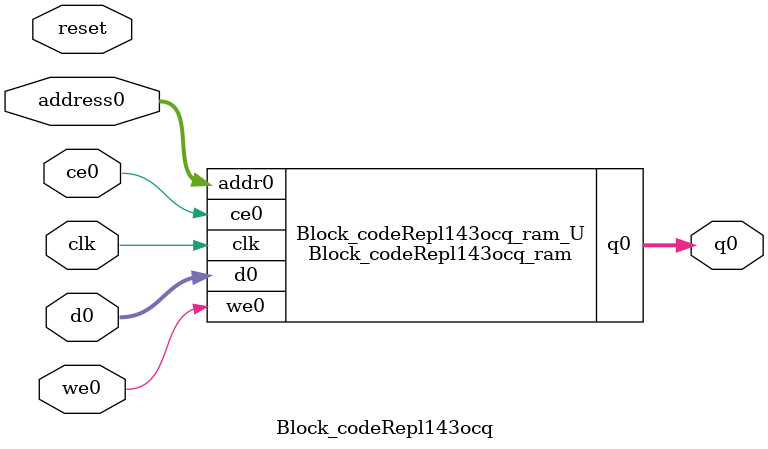
<source format=v>
`timescale 1 ns / 1 ps
module Block_codeRepl143ocq_ram (addr0, ce0, d0, we0, q0,  clk);

parameter DWIDTH = 4;
parameter AWIDTH = 12;
parameter MEM_SIZE = 2592;

input[AWIDTH-1:0] addr0;
input ce0;
input[DWIDTH-1:0] d0;
input we0;
output reg[DWIDTH-1:0] q0;
input clk;

(* ram_style = "block" *)reg [DWIDTH-1:0] ram[0:MEM_SIZE-1];




always @(posedge clk)  
begin 
    if (ce0) begin
        if (we0) 
            ram[addr0] <= d0; 
        q0 <= ram[addr0];
    end
end


endmodule

`timescale 1 ns / 1 ps
module Block_codeRepl143ocq(
    reset,
    clk,
    address0,
    ce0,
    we0,
    d0,
    q0);

parameter DataWidth = 32'd4;
parameter AddressRange = 32'd2592;
parameter AddressWidth = 32'd12;
input reset;
input clk;
input[AddressWidth - 1:0] address0;
input ce0;
input we0;
input[DataWidth - 1:0] d0;
output[DataWidth - 1:0] q0;



Block_codeRepl143ocq_ram Block_codeRepl143ocq_ram_U(
    .clk( clk ),
    .addr0( address0 ),
    .ce0( ce0 ),
    .we0( we0 ),
    .d0( d0 ),
    .q0( q0 ));

endmodule


</source>
